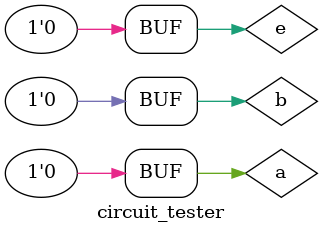
<source format=v>
module circuit_tester;
	wire [0:3]d;
	reg a,b,e;
	decoder_2X4_dataflow c1(a,b,e,d);
	initial
	begin
		a=0;b=0;e=0;
		#20
		a=0;b=0;e=1;
		#20	
		a=0;b=1;e=0;
		#20
		a=0;b=1;e=1;
		#20
		a=1;b=0;e=0;
		#20
		a=1;b=0;e=1;
		#20
		a=1;b=1;e=0;
		#20
		a=1;b=1;e=1;
		#20
		a=0;b=0;e=0;		
	end
	initial
		$monitor("A=%b B=%b E=%b d[0]=%b d[1]=%b d[2]=%b d[3]=%b time=%0d", a, b, e, d[0], d[1], d[2], d[3], $time);
endmodule

</source>
